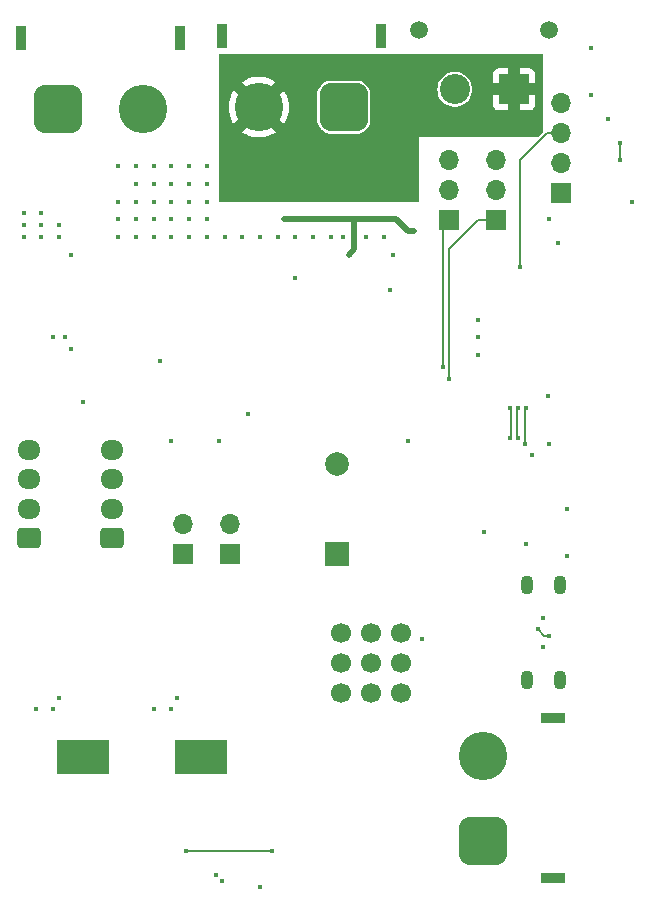
<source format=gbr>
%TF.GenerationSoftware,KiCad,Pcbnew,8.0.2-1*%
%TF.CreationDate,2024-11-11T16:17:41-08:00*%
%TF.ProjectId,Main_Board_V2,4d61696e-5f42-46f6-9172-645f56322e6b,rev?*%
%TF.SameCoordinates,Original*%
%TF.FileFunction,Copper,L4,Bot*%
%TF.FilePolarity,Positive*%
%FSLAX46Y46*%
G04 Gerber Fmt 4.6, Leading zero omitted, Abs format (unit mm)*
G04 Created by KiCad (PCBNEW 8.0.2-1) date 2024-11-11 16:17:41*
%MOMM*%
%LPD*%
G01*
G04 APERTURE LIST*
G04 Aperture macros list*
%AMRoundRect*
0 Rectangle with rounded corners*
0 $1 Rounding radius*
0 $2 $3 $4 $5 $6 $7 $8 $9 X,Y pos of 4 corners*
0 Add a 4 corners polygon primitive as box body*
4,1,4,$2,$3,$4,$5,$6,$7,$8,$9,$2,$3,0*
0 Add four circle primitives for the rounded corners*
1,1,$1+$1,$2,$3*
1,1,$1+$1,$4,$5*
1,1,$1+$1,$6,$7*
1,1,$1+$1,$8,$9*
0 Add four rect primitives between the rounded corners*
20,1,$1+$1,$2,$3,$4,$5,0*
20,1,$1+$1,$4,$5,$6,$7,0*
20,1,$1+$1,$6,$7,$8,$9,0*
20,1,$1+$1,$8,$9,$2,$3,0*%
G04 Aperture macros list end*
%TA.AperFunction,ComponentPad*%
%ADD10R,2.000000X2.000000*%
%TD*%
%TA.AperFunction,ComponentPad*%
%ADD11C,2.000000*%
%TD*%
%TA.AperFunction,ComponentPad*%
%ADD12C,1.508000*%
%TD*%
%TA.AperFunction,ComponentPad*%
%ADD13R,2.550000X2.550000*%
%TD*%
%TA.AperFunction,ComponentPad*%
%ADD14C,2.550000*%
%TD*%
%TA.AperFunction,ComponentPad*%
%ADD15C,1.700000*%
%TD*%
%TA.AperFunction,ComponentPad*%
%ADD16R,0.900000X2.000000*%
%TD*%
%TA.AperFunction,ComponentPad*%
%ADD17RoundRect,1.025000X-1.025000X-1.025000X1.025000X-1.025000X1.025000X1.025000X-1.025000X1.025000X0*%
%TD*%
%TA.AperFunction,ComponentPad*%
%ADD18C,4.100000*%
%TD*%
%TA.AperFunction,ComponentPad*%
%ADD19O,1.100000X1.600000*%
%TD*%
%TA.AperFunction,ComponentPad*%
%ADD20R,1.700000X1.700000*%
%TD*%
%TA.AperFunction,ComponentPad*%
%ADD21O,1.700000X1.700000*%
%TD*%
%TA.AperFunction,ComponentPad*%
%ADD22R,2.000000X0.900000*%
%TD*%
%TA.AperFunction,ComponentPad*%
%ADD23RoundRect,1.025000X-1.025000X1.025000X-1.025000X-1.025000X1.025000X-1.025000X1.025000X1.025000X0*%
%TD*%
%TA.AperFunction,ComponentPad*%
%ADD24C,0.600000*%
%TD*%
%TA.AperFunction,SMDPad,CuDef*%
%ADD25R,4.500000X2.950000*%
%TD*%
%TA.AperFunction,ComponentPad*%
%ADD26RoundRect,0.250000X0.725000X-0.600000X0.725000X0.600000X-0.725000X0.600000X-0.725000X-0.600000X0*%
%TD*%
%TA.AperFunction,ComponentPad*%
%ADD27O,1.950000X1.700000*%
%TD*%
%TA.AperFunction,ViaPad*%
%ADD28C,0.450000*%
%TD*%
%TA.AperFunction,Conductor*%
%ADD29C,0.500000*%
%TD*%
%TA.AperFunction,Conductor*%
%ADD30C,0.200000*%
%TD*%
G04 APERTURE END LIST*
D10*
%TO.P,BZ3,1,+*%
%TO.N,+17V_SW*%
X129000000Y-95800000D03*
D11*
%TO.P,BZ3,2,-*%
%TO.N,unconnected-(Q8-D-Pad3)*%
X129000000Y-88200000D03*
%TD*%
D12*
%TO.P,J1,*%
%TO.N,*%
X136000000Y-51500000D03*
X147000000Y-51500000D03*
D13*
%TO.P,J1,1,P*%
%TO.N,+17V_SW*%
X144000000Y-56500000D03*
D14*
%TO.P,J1,2,N*%
%TO.N,GND*%
X139000000Y-56500000D03*
%TD*%
D15*
%TO.P,U10,1,GND*%
%TO.N,GND*%
X134420000Y-102519492D03*
%TO.P,U10,2,GND*%
X134420000Y-105059492D03*
%TO.P,U10,3,GND*%
X134420000Y-107599492D03*
%TO.P,U10,4,6V*%
%TO.N,+6V*%
X131880000Y-102519492D03*
%TO.P,U10,5,6V*%
X131880000Y-105059492D03*
%TO.P,U10,6,6V*%
X131880000Y-107599492D03*
%TO.P,U10,7,CH1*%
%TO.N,unconnected-(U10-CH1-Pad7)*%
X129340000Y-102519492D03*
%TO.P,U10,8,CH1*%
%TO.N,/Drive System/STEERING_RECEIVER*%
X129340000Y-105059492D03*
%TO.P,U10,9,CH2*%
%TO.N,/Drive System/THROTTLE_RECEIVER*%
X129340000Y-107599492D03*
%TD*%
D16*
%TO.P,J4,*%
%TO.N,*%
X102250000Y-52150000D03*
X115750000Y-52150000D03*
D17*
%TO.P,J4,1,-*%
%TO.N,GND*%
X105400000Y-58150000D03*
D18*
%TO.P,J4,2,+*%
%TO.N,+17V*%
X112600000Y-58150000D03*
%TD*%
D19*
%TO.P,J13,S1,SHIELD*%
%TO.N,GND*%
X145070000Y-106500000D03*
%TO.P,J13,S2,SHIELD*%
X145070000Y-98500000D03*
%TO.P,J13,S3,SHIELD*%
X147930000Y-106500000D03*
%TO.P,J13,S4,SHIELD*%
X147930000Y-98500000D03*
%TD*%
D16*
%TO.P,J8,*%
%TO.N,*%
X119250000Y-52000000D03*
X132750000Y-52000000D03*
D17*
%TO.P,J8,1,-*%
%TO.N,GND*%
X129600000Y-58000000D03*
D18*
%TO.P,J8,2,+*%
%TO.N,+17V_SW*%
X122400000Y-58000000D03*
%TD*%
D20*
%TO.P,J5,1,Pin_1*%
%TO.N,/PWR & USB/ON*%
X148000000Y-65300000D03*
D21*
%TO.P,J5,2,Pin_2*%
%TO.N,GND*%
X148000000Y-62760000D03*
%TO.P,J5,3,Pin_3*%
%TO.N,/ESP32/PWRBUT*%
X148000000Y-60220000D03*
%TO.P,J5,4,Pin_4*%
%TO.N,GND*%
X148000000Y-57680000D03*
%TD*%
D22*
%TO.P,J6,*%
%TO.N,*%
X147350000Y-109750000D03*
X147350000Y-123250000D03*
D23*
%TO.P,J6,1,-*%
%TO.N,GND*%
X141350000Y-120100000D03*
D18*
%TO.P,J6,2,+*%
%TO.N,+17V*%
X141350000Y-112900000D03*
%TD*%
D20*
%TO.P,M2,1,+*%
%TO.N,+17V_SW*%
X120000000Y-95837500D03*
D21*
%TO.P,M2,2,-*%
%TO.N,Net-(M2--)*%
X120000000Y-93297500D03*
%TD*%
D20*
%TO.P,J7,1,Pin_1*%
%TO.N,/Drive System/THROTTLE_RECEIVER*%
X138500000Y-67540000D03*
D21*
%TO.P,J7,2,Pin_2*%
%TO.N,+6V*%
X138500000Y-65000000D03*
%TO.P,J7,3,Pin_3*%
%TO.N,GND*%
X138500000Y-62460000D03*
%TD*%
D20*
%TO.P,J2,1,Pin_1*%
%TO.N,/Drive System/STEERING_RECEIVER*%
X142500000Y-67540000D03*
D21*
%TO.P,J2,2,Pin_2*%
%TO.N,unconnected-(J2-Pin_2-Pad2)*%
X142500000Y-65000000D03*
%TO.P,J2,3,Pin_3*%
%TO.N,GND*%
X142500000Y-62460000D03*
%TD*%
D24*
%TO.P,U8,9,GND*%
%TO.N,GND*%
X115700000Y-113600000D03*
X116900000Y-113600000D03*
X118200000Y-113600000D03*
X119300000Y-113600000D03*
D25*
X117500000Y-113000000D03*
D24*
X115700000Y-112400000D03*
X116900000Y-112400000D03*
X118200000Y-112400000D03*
X119300000Y-112400000D03*
%TD*%
D26*
%TO.P,J3,1,Pin_1*%
%TO.N,+17V_SW*%
X102975000Y-94500000D03*
D27*
%TO.P,J3,2,Pin_2*%
%TO.N,Net-(J3-Pin_2)*%
X102975000Y-92000000D03*
%TO.P,J3,3,Pin_3*%
%TO.N,/ESP32/LED_SIG_FRONT*%
X102975000Y-89500000D03*
%TO.P,J3,4,Pin_4*%
%TO.N,GND*%
X102975000Y-87000000D03*
%TD*%
D24*
%TO.P,U7,9,GND*%
%TO.N,GND*%
X105700000Y-113600000D03*
X106900000Y-113600000D03*
X108200000Y-113600000D03*
X109300000Y-113600000D03*
D25*
X107500000Y-113000000D03*
D24*
X105700000Y-112400000D03*
X106900000Y-112400000D03*
X108200000Y-112400000D03*
X109300000Y-112400000D03*
%TD*%
D26*
%TO.P,J12,1,Pin_1*%
%TO.N,+17V_SW*%
X109975000Y-94500000D03*
D27*
%TO.P,J12,2,Pin_2*%
%TO.N,Net-(J12-Pin_2)*%
X109975000Y-92000000D03*
%TO.P,J12,3,Pin_3*%
%TO.N,/ESP32/LED_SIG_REAR*%
X109975000Y-89500000D03*
%TO.P,J12,4,Pin_4*%
%TO.N,GND*%
X109975000Y-87000000D03*
%TD*%
D20*
%TO.P,M3,1,+*%
%TO.N,+6V*%
X116000000Y-95837500D03*
D21*
%TO.P,M3,2,-*%
%TO.N,Net-(M3--)*%
X116000000Y-93297500D03*
%TD*%
D28*
%TO.N,/PWR & USB/ON*%
X135500000Y-68500000D03*
X130000000Y-70500000D03*
X130500000Y-67500000D03*
X124500000Y-67500000D03*
%TO.N,/Drive System/STEERING_RECEIVER*%
X138500000Y-81000000D03*
%TO.N,GND*%
X106500000Y-78500000D03*
X141000000Y-76000000D03*
X105000000Y-77500000D03*
X118750000Y-123000000D03*
X147750000Y-69500000D03*
X133750000Y-70500000D03*
X141000000Y-79000000D03*
X154000000Y-66000000D03*
X148500000Y-96000000D03*
X135000000Y-86250000D03*
X141000000Y-77500000D03*
X119000000Y-86250000D03*
X115000000Y-86250000D03*
X150500000Y-53000000D03*
X141500000Y-94000000D03*
X152000000Y-59000000D03*
X114000000Y-79500000D03*
X125500000Y-72500000D03*
X119250000Y-123500000D03*
X148500000Y-92000000D03*
X121500000Y-84000000D03*
X145525000Y-87490000D03*
X106000000Y-77500000D03*
%TO.N,+3V3*%
X150500000Y-57000000D03*
X122500000Y-124000000D03*
X147000000Y-86500000D03*
X147000000Y-67500000D03*
X133500000Y-73500000D03*
X146925000Y-82500000D03*
%TO.N,+5V*%
X146500000Y-101250000D03*
X106500000Y-70500000D03*
X146500000Y-103750000D03*
X136250000Y-103000000D03*
X145000000Y-95000000D03*
X107500000Y-83000000D03*
%TO.N,+17V*%
X115000000Y-63000000D03*
X112000000Y-67500000D03*
X110500000Y-69000000D03*
X112000000Y-66000000D03*
X115000000Y-69000000D03*
X112000000Y-64500000D03*
X118000000Y-67500000D03*
X113500000Y-67500000D03*
X116500000Y-69000000D03*
X116500000Y-64500000D03*
X110500000Y-67500000D03*
X115000000Y-67500000D03*
X113500000Y-66000000D03*
X121000000Y-69000000D03*
X129500000Y-69000000D03*
X133000000Y-69000000D03*
X115000000Y-64500000D03*
X118000000Y-63000000D03*
X110500000Y-63000000D03*
X116500000Y-67500000D03*
X128500000Y-69000000D03*
X115000000Y-66000000D03*
X127000000Y-69000000D03*
X118000000Y-66000000D03*
X125500000Y-69000000D03*
X113500000Y-69000000D03*
X119500000Y-69000000D03*
X113500000Y-63000000D03*
X124000000Y-69000000D03*
X116500000Y-63000000D03*
X131500000Y-69000000D03*
X110500000Y-66000000D03*
X112000000Y-69000000D03*
X118000000Y-69000000D03*
X118000000Y-64500000D03*
X122500000Y-69000000D03*
X116500000Y-66000000D03*
X112000000Y-63000000D03*
X113500000Y-64500000D03*
%TO.N,/Drive System/THROTTLE_RECEIVER*%
X137969668Y-80030332D03*
%TO.N,/ESP32/DN*%
X144350000Y-86000000D03*
X146000000Y-102225000D03*
X144349996Y-83496852D03*
X146997102Y-102775000D03*
%TO.N,/ESP32/DP*%
X143650000Y-86000000D03*
X143700001Y-83500000D03*
%TO.N,/ESP32/PWRBUT*%
X144500000Y-71500000D03*
%TO.N,+17V_SW*%
X135000000Y-64500000D03*
X126000000Y-64500000D03*
X135000000Y-62500000D03*
X126000000Y-63500000D03*
X127500000Y-65500000D03*
X105000000Y-109000000D03*
X104000000Y-69000000D03*
X126000000Y-65500000D03*
X113500000Y-109000000D03*
X105500000Y-69000000D03*
X127500000Y-63500000D03*
X129000000Y-63500000D03*
X133500000Y-64500000D03*
X133500000Y-63500000D03*
X121500000Y-62500000D03*
X135000000Y-65500000D03*
X127500000Y-62500000D03*
X132000000Y-62500000D03*
X127500000Y-64500000D03*
X104000000Y-68000000D03*
X132000000Y-64500000D03*
X105500000Y-108000000D03*
X123000000Y-64500000D03*
X135000000Y-63500000D03*
X102500000Y-68000000D03*
X115000000Y-109000000D03*
X115500000Y-108000000D03*
X133500000Y-65500000D03*
X129000000Y-65500000D03*
X121500000Y-64500000D03*
X103500000Y-109000000D03*
X123000000Y-62500000D03*
X129000000Y-64500000D03*
X105500000Y-68000000D03*
X132000000Y-65500000D03*
X132000000Y-63500000D03*
X123000000Y-65500000D03*
X102500000Y-67000000D03*
X120000000Y-64500000D03*
X121500000Y-65500000D03*
X120000000Y-62500000D03*
X102500000Y-69000000D03*
X126000000Y-62500000D03*
X104000000Y-67000000D03*
X123000000Y-63500000D03*
X120000000Y-63500000D03*
X121500000Y-63500000D03*
X133500000Y-62500000D03*
X120000000Y-65500000D03*
X129000000Y-62500000D03*
%TO.N,/ESP32/ADXL_SCL*%
X123500000Y-121000000D03*
X116250000Y-120990000D03*
%TO.N,/ESP32/ONBOARD_LED_SIG*%
X153000000Y-62500000D03*
X153000000Y-61000000D03*
%TO.N,Net-(U1-IO0{slash}BOOT)*%
X144999991Y-83500126D03*
X144975000Y-86500000D03*
%TD*%
D29*
%TO.N,/PWR & USB/ON*%
X130000000Y-70500000D02*
X130500000Y-70000000D01*
X135000000Y-68500000D02*
X134000000Y-67500000D01*
X134000000Y-67500000D02*
X130500000Y-67500000D01*
X130500000Y-70000000D02*
X130500000Y-67500000D01*
X135500000Y-68500000D02*
X135000000Y-68500000D01*
X124500000Y-67500000D02*
X130500000Y-67500000D01*
D30*
%TO.N,/Drive System/STEERING_RECEIVER*%
X138500000Y-81000000D02*
X138500000Y-70000000D01*
X140960000Y-67540000D02*
X142000000Y-67540000D01*
X138500000Y-70000000D02*
X140960000Y-67540000D01*
%TO.N,/Drive System/THROTTLE_RECEIVER*%
X137969668Y-80030332D02*
X138000000Y-80000000D01*
X138000000Y-68040000D02*
X138500000Y-67540000D01*
X138000000Y-80000000D02*
X138000000Y-68040000D01*
%TO.N,/ESP32/DN*%
X144225001Y-85875001D02*
X144350000Y-86000000D01*
X146550000Y-102775000D02*
X146000000Y-102225000D01*
X146997102Y-102775000D02*
X146550000Y-102775000D01*
X144225001Y-83621847D02*
X144225001Y-85875001D01*
X144349996Y-83496852D02*
X144225001Y-83621847D01*
%TO.N,/ESP32/DP*%
X143700001Y-83500000D02*
X143774999Y-83574998D01*
X143774999Y-85875001D02*
X143650000Y-86000000D01*
X143774999Y-83574998D02*
X143774999Y-85875001D01*
%TO.N,/ESP32/PWRBUT*%
X144500000Y-62500000D02*
X146780000Y-60220000D01*
X146780000Y-60220000D02*
X148000000Y-60220000D01*
X144500000Y-71500000D02*
X144500000Y-62500000D01*
%TO.N,/ESP32/ADXL_SCL*%
X116260000Y-121000000D02*
X123500000Y-121000000D01*
X116250000Y-120990000D02*
X116260000Y-121000000D01*
%TO.N,/ESP32/ONBOARD_LED_SIG*%
X153000000Y-62500000D02*
X153000000Y-61000000D01*
%TO.N,Net-(U1-IO0{slash}BOOT)*%
X144975000Y-83525117D02*
X144999991Y-83500126D01*
X144975000Y-86500000D02*
X144975000Y-83525117D01*
%TD*%
%TA.AperFunction,Conductor*%
%TO.N,+17V_SW*%
G36*
X146443039Y-53519685D02*
G01*
X146488794Y-53572489D01*
X146500000Y-53624000D01*
X146500000Y-60023667D01*
X146480315Y-60090706D01*
X146463681Y-60111348D01*
X146111348Y-60463681D01*
X146050025Y-60497166D01*
X146023667Y-60500000D01*
X136000000Y-60500000D01*
X136000000Y-65876000D01*
X135980315Y-65943039D01*
X135927511Y-65988794D01*
X135876000Y-66000000D01*
X119124000Y-66000000D01*
X119056961Y-65980315D01*
X119011206Y-65927511D01*
X119000000Y-65876000D01*
X119000000Y-57999994D01*
X119844958Y-57999994D01*
X119844958Y-58000005D01*
X119865103Y-58320221D01*
X119865104Y-58320228D01*
X119925230Y-58635417D01*
X120024382Y-58940575D01*
X120024384Y-58940580D01*
X120160998Y-59230897D01*
X120161003Y-59230907D01*
X120277855Y-59415035D01*
X120277856Y-59415036D01*
X121157603Y-58535289D01*
X121245377Y-58707554D01*
X121370278Y-58879466D01*
X121520534Y-59029722D01*
X121692446Y-59154623D01*
X121864709Y-59242396D01*
X120983951Y-60123153D01*
X120983952Y-60123154D01*
X121030933Y-60157288D01*
X121030952Y-60157300D01*
X121312116Y-60311871D01*
X121312124Y-60311875D01*
X121610444Y-60429987D01*
X121921233Y-60509784D01*
X121921242Y-60509786D01*
X122239556Y-60549999D01*
X122239570Y-60550000D01*
X122560430Y-60550000D01*
X122560443Y-60549999D01*
X122878757Y-60509786D01*
X122878766Y-60509784D01*
X123189555Y-60429987D01*
X123487875Y-60311875D01*
X123487876Y-60311874D01*
X123769060Y-60157291D01*
X123769066Y-60157288D01*
X123816046Y-60123154D01*
X123816046Y-60123153D01*
X122935289Y-59242396D01*
X123107554Y-59154623D01*
X123279466Y-59029722D01*
X123429722Y-58879466D01*
X123554623Y-58707554D01*
X123642396Y-58535289D01*
X124522143Y-59415036D01*
X124522143Y-59415035D01*
X124638994Y-59230909D01*
X124639005Y-59230890D01*
X124775615Y-58940580D01*
X124775617Y-58940575D01*
X124874769Y-58635417D01*
X124934895Y-58320228D01*
X124934896Y-58320221D01*
X124955042Y-58000005D01*
X124955042Y-57999994D01*
X124934896Y-57679778D01*
X124934895Y-57679771D01*
X124874769Y-57364582D01*
X124775617Y-57059424D01*
X124775615Y-57059419D01*
X124706273Y-56912061D01*
X127349500Y-56912061D01*
X127349500Y-59087924D01*
X127349501Y-59087939D01*
X127359696Y-59217484D01*
X127413596Y-59431395D01*
X127504826Y-59632243D01*
X127630449Y-59813568D01*
X127786431Y-59969550D01*
X127967756Y-60095173D01*
X127967757Y-60095173D01*
X127967761Y-60095176D01*
X128101875Y-60156093D01*
X128168604Y-60186403D01*
X128168605Y-60186403D01*
X128168607Y-60186404D01*
X128382515Y-60240304D01*
X128512067Y-60250500D01*
X130687932Y-60250499D01*
X130817485Y-60240304D01*
X131031393Y-60186404D01*
X131232239Y-60095176D01*
X131413567Y-59969551D01*
X131569551Y-59813567D01*
X131695176Y-59632239D01*
X131786404Y-59431393D01*
X131840304Y-59217485D01*
X131850500Y-59087933D01*
X131850499Y-56912068D01*
X131840304Y-56782515D01*
X131786404Y-56568607D01*
X131755239Y-56499994D01*
X137519443Y-56499994D01*
X137519443Y-56500005D01*
X137539634Y-56743683D01*
X137539636Y-56743695D01*
X137599663Y-56980734D01*
X137697888Y-57204666D01*
X137831632Y-57409378D01*
X137997242Y-57589277D01*
X137997252Y-57589286D01*
X138190208Y-57739470D01*
X138190212Y-57739473D01*
X138405267Y-57855855D01*
X138405270Y-57855856D01*
X138636541Y-57935251D01*
X138636543Y-57935251D01*
X138636545Y-57935252D01*
X138877737Y-57975500D01*
X138877738Y-57975500D01*
X139122262Y-57975500D01*
X139122263Y-57975500D01*
X139363455Y-57935252D01*
X139594733Y-57855855D01*
X139809788Y-57739473D01*
X140002754Y-57589281D01*
X140168368Y-57409377D01*
X140302111Y-57204667D01*
X140400336Y-56980736D01*
X140460364Y-56743692D01*
X140474872Y-56568607D01*
X140480557Y-56500005D01*
X140480557Y-56499994D01*
X140460365Y-56256316D01*
X140460363Y-56256304D01*
X140400336Y-56019265D01*
X140373531Y-55958156D01*
X140302111Y-55795333D01*
X140168368Y-55590623D01*
X140168367Y-55590621D01*
X140002757Y-55410722D01*
X140002747Y-55410713D01*
X139809791Y-55260529D01*
X139809787Y-55260526D01*
X139655731Y-55177155D01*
X142225000Y-55177155D01*
X142225000Y-56000000D01*
X143311803Y-56000000D01*
X143246740Y-56097374D01*
X143182665Y-56252064D01*
X143150000Y-56416282D01*
X143150000Y-56583718D01*
X143182665Y-56747936D01*
X143246740Y-56902626D01*
X143311803Y-57000000D01*
X142225000Y-57000000D01*
X142225000Y-57822844D01*
X142231401Y-57882372D01*
X142231403Y-57882379D01*
X142281645Y-58017086D01*
X142281649Y-58017093D01*
X142367809Y-58132187D01*
X142367812Y-58132190D01*
X142482906Y-58218350D01*
X142482913Y-58218354D01*
X142617620Y-58268596D01*
X142617627Y-58268598D01*
X142677155Y-58274999D01*
X142677172Y-58275000D01*
X143500000Y-58275000D01*
X143500000Y-57188197D01*
X143597374Y-57253260D01*
X143752064Y-57317335D01*
X143916282Y-57350000D01*
X144083718Y-57350000D01*
X144247936Y-57317335D01*
X144402626Y-57253260D01*
X144500000Y-57188197D01*
X144500000Y-58275000D01*
X145322828Y-58275000D01*
X145322844Y-58274999D01*
X145382372Y-58268598D01*
X145382379Y-58268596D01*
X145517086Y-58218354D01*
X145517093Y-58218350D01*
X145632187Y-58132190D01*
X145632190Y-58132187D01*
X145718350Y-58017093D01*
X145718354Y-58017086D01*
X145768596Y-57882379D01*
X145768598Y-57882372D01*
X145774999Y-57822844D01*
X145775000Y-57822827D01*
X145775000Y-57000000D01*
X144688197Y-57000000D01*
X144753260Y-56902626D01*
X144817335Y-56747936D01*
X144850000Y-56583718D01*
X144850000Y-56416282D01*
X144817335Y-56252064D01*
X144753260Y-56097374D01*
X144688197Y-56000000D01*
X145775000Y-56000000D01*
X145775000Y-55177172D01*
X145774999Y-55177155D01*
X145768598Y-55117627D01*
X145768596Y-55117620D01*
X145718354Y-54982913D01*
X145718350Y-54982906D01*
X145632190Y-54867812D01*
X145632187Y-54867809D01*
X145517093Y-54781649D01*
X145517086Y-54781645D01*
X145382379Y-54731403D01*
X145382372Y-54731401D01*
X145322844Y-54725000D01*
X144500000Y-54725000D01*
X144500000Y-55811802D01*
X144402626Y-55746740D01*
X144247936Y-55682665D01*
X144083718Y-55650000D01*
X143916282Y-55650000D01*
X143752064Y-55682665D01*
X143597374Y-55746740D01*
X143500000Y-55811802D01*
X143500000Y-54725000D01*
X142677155Y-54725000D01*
X142617627Y-54731401D01*
X142617620Y-54731403D01*
X142482913Y-54781645D01*
X142482906Y-54781649D01*
X142367812Y-54867809D01*
X142367809Y-54867812D01*
X142281649Y-54982906D01*
X142281645Y-54982913D01*
X142231403Y-55117620D01*
X142231401Y-55117627D01*
X142225000Y-55177155D01*
X139655731Y-55177155D01*
X139594734Y-55144145D01*
X139594729Y-55144143D01*
X139363458Y-55064748D01*
X139182561Y-55034562D01*
X139122263Y-55024500D01*
X138877737Y-55024500D01*
X138829498Y-55032549D01*
X138636541Y-55064748D01*
X138405270Y-55144143D01*
X138405265Y-55144145D01*
X138190212Y-55260526D01*
X138190208Y-55260529D01*
X137997252Y-55410713D01*
X137997242Y-55410722D01*
X137831632Y-55590621D01*
X137697888Y-55795333D01*
X137599663Y-56019265D01*
X137539636Y-56256304D01*
X137539634Y-56256316D01*
X137519443Y-56499994D01*
X131755239Y-56499994D01*
X131695176Y-56367761D01*
X131617966Y-56256316D01*
X131569550Y-56186431D01*
X131413568Y-56030449D01*
X131232243Y-55904826D01*
X131031395Y-55813596D01*
X130888787Y-55777662D01*
X130817485Y-55759696D01*
X130687933Y-55749500D01*
X130687931Y-55749500D01*
X128512075Y-55749500D01*
X128512060Y-55749501D01*
X128382515Y-55759696D01*
X128168604Y-55813596D01*
X127967756Y-55904826D01*
X127786431Y-56030449D01*
X127630449Y-56186431D01*
X127504826Y-56367756D01*
X127413596Y-56568604D01*
X127359696Y-56782515D01*
X127349500Y-56912061D01*
X124706273Y-56912061D01*
X124639001Y-56769101D01*
X124638993Y-56769086D01*
X124522143Y-56584963D01*
X123642396Y-57464709D01*
X123554623Y-57292446D01*
X123429722Y-57120534D01*
X123279466Y-56970278D01*
X123107554Y-56845377D01*
X122935289Y-56757603D01*
X123816047Y-55876845D01*
X123816046Y-55876843D01*
X123769071Y-55842714D01*
X123769053Y-55842702D01*
X123487883Y-55688128D01*
X123487875Y-55688124D01*
X123189555Y-55570012D01*
X122878766Y-55490215D01*
X122878757Y-55490213D01*
X122560443Y-55450000D01*
X122239556Y-55450000D01*
X121921242Y-55490213D01*
X121921233Y-55490215D01*
X121610444Y-55570012D01*
X121312124Y-55688124D01*
X121312116Y-55688128D01*
X121030943Y-55842704D01*
X121030941Y-55842706D01*
X120983952Y-55876844D01*
X120983952Y-55876845D01*
X121864710Y-56757603D01*
X121692446Y-56845377D01*
X121520534Y-56970278D01*
X121370278Y-57120534D01*
X121245377Y-57292446D01*
X121157603Y-57464710D01*
X120277855Y-56584962D01*
X120161001Y-56769096D01*
X120160998Y-56769102D01*
X120024384Y-57059419D01*
X120024382Y-57059424D01*
X119925230Y-57364582D01*
X119865104Y-57679771D01*
X119865103Y-57679778D01*
X119844958Y-57999994D01*
X119000000Y-57999994D01*
X119000000Y-53624000D01*
X119019685Y-53556961D01*
X119072489Y-53511206D01*
X119124000Y-53500000D01*
X146376000Y-53500000D01*
X146443039Y-53519685D01*
G37*
%TD.AperFunction*%
%TD*%
M02*

</source>
